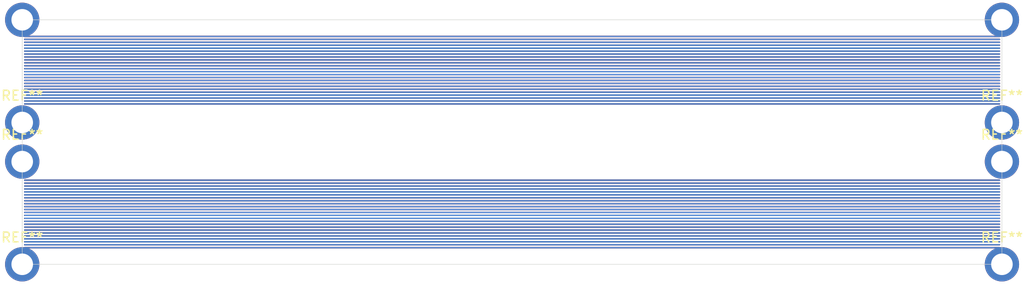
<source format=kicad_pcb>
(kicad_pcb (version 20240108) (generator "pcbnew") (generator_version "8.0")
  (layers (0 "F.Cu" signal) (31 "B.Cu" signal) (39 "F.Mask" user) (44 "Edge.Cuts" user))
  (net 0 "")
  (footprint "MountingHole:MountingHole_2.2mm_M2_ISO7380_Pad" (layer "F.Cu") (at 100 105)
    (property "Reference" "REF**" (at 0 -2.75 0) (layer "F.SilkS"))
    (property "Value" "MountingHole_2.2mm_M2_ISO7380_Pad")
    (pad "1" thru_hole circle (at 0 0) (size 3.5 3.5) (drill 2.2) (layers "*.Cu" "*.Mask"))
  )
  (footprint "MountingHole:MountingHole_2.2mm_M2_ISO7380_Pad" (layer "F.Cu") (at 100 94.5)
    (property "Reference" "REF**" (at 0 -2.75 0) (layer "F.SilkS"))
    (property "Value" "MountingHole_2.2mm_M2_ISO7380_Pad")
    (pad "1" thru_hole circle (at 0 0) (size 3.5 3.5) (drill 2.2) (layers "*.Cu" "*.Mask"))
  )
  (footprint "MountingHole:MountingHole_2.2mm_M2_ISO7380_Pad" (layer "F.Cu") (at 200 105)
    (property "Reference" "REF**" (at 0 -2.75 0) (layer "F.SilkS"))
    (property "Value" "MountingHole_2.2mm_M2_ISO7380_Pad")
    (pad "1" thru_hole circle (at 0 0) (size 3.5 3.5) (drill 2.2) (layers "*.Cu" "*.Mask"))
  )
  (footprint "MountingHole:MountingHole_2.2mm_M2_ISO7380_Pad" (layer "F.Cu") (at 100 90.5)
    (property "Reference" "REF**" (at 0 -2.75 0) (layer "F.SilkS"))
    (property "Value" "MountingHole_2.2mm_M2_ISO7380_Pad")
    (pad "1" thru_hole circle (at 0 0) (size 3.5 3.5) (drill 2.2) (layers "*.Cu" "*.Mask"))
  )
  (footprint "MountingHole:MountingHole_2.2mm_M2_ISO7380_Pad" (layer "F.Cu") (at 200 90.5)
    (property "Reference" "REF**" (at 0 -2.75 0) (layer "F.SilkS"))
    (property "Value" "MountingHole_2.2mm_M2_ISO7380_Pad")
    (pad "1" thru_hole circle (at 0 0) (size 3.5 3.5) (drill 2.2) (layers "*.Cu" "*.Mask"))
  )
  (footprint "MountingHole:MountingHole_2.2mm_M2_ISO7380_Pad" (layer "F.Cu") (at 200 94.5)
    (property "Reference" "REF**" (at 0 -2.75 0) (layer "F.SilkS"))
    (property "Value" "MountingHole_2.2mm_M2_ISO7380_Pad")
    (pad "1" thru_hole circle (at 0 0) (size 3.5 3.5) (drill 2.2) (layers "*.Cu" "*.Mask"))
  )
  (footprint "MountingHole:MountingHole_2.2mm_M2_ISO7380_Pad" (layer "F.Cu") (at 100 80)
    (property "Reference" "REF**" (at 0 -2.75 0) (layer "F.SilkS"))
    (property "Value" "MountingHole_2.2mm_M2_ISO7380_Pad")
    (pad "1" thru_hole circle (at 0 0) (size 3.5 3.5) (drill 2.2) (layers "*.Cu" "*.Mask"))
  )
  (footprint "MountingHole:MountingHole_2.2mm_M2_ISO7380_Pad" (layer "F.Cu") (at 200 80)
    (property "Reference" "REF**" (at 0 -2.75 0) (layer "F.SilkS"))
    (property "Value" "MountingHole_2.2mm_M2_ISO7380_Pad")
    (pad "1" thru_hole circle (at 0 0) (size 3.5 3.5) (drill 2.2) (layers "*.Cu" "*.Mask"))
  )
  (gr_rect (start 100 80) (end 200 105) (stroke (width 0.05)) (fill none) (layer "Edge.Cuts"))
  (segment (start 100.25 98.2) (end 199.75 98.2) (width 0.15) (layer "F.Cu") (net 0))
  (segment (start 100.25 103) (end 199.75 103) (width 0.15) (layer "F.Cu") (net 0))
  (segment (start 100.25 97.3) (end 199.75 97.3) (width 0.15) (layer "F.Cu") (net 0))
  (segment (start 100.25 84.4) (end 199.75 84.4) (width 0.15) (layer "F.Cu") (net 0))
  (segment (start 100.25 82.3) (end 199.75 82.3) (width 0.15) (layer "F.Cu") (net 0))
  (segment (start 100.25 87.7) (end 199.75 87.7) (width 0.15) (layer "F.Cu") (net 0))
  (segment (start 100.25 85.9) (end 199.75 85.9) (width 0.15) (layer "F.Cu") (net 0))
  (segment (start 100.25 100.9) (end 199.75 100.9) (width 0.15) (layer "F.Cu") (net 0))
  (segment (start 100.25 101.8) (end 199.75 101.8) (width 0.15) (layer "F.Cu") (net 0))
  (segment (start 100.25 81.7) (end 199.75 81.7) (width 0.15) (layer "F.Cu") (net 0))
  (segment (start 100.25 99.1) (end 199.75 99.1) (width 0.15) (layer "F.Cu") (net 0))
  (segment (start 100.25 99.7) (end 199.75 99.7) (width 0.15) (layer "F.Cu") (net 0))
  (segment (start 100.25 96.7) (end 199.75 96.7) (width 0.15) (layer "F.Cu") (net 0))
  (segment (start 100.25 97.9) (end 199.75 97.9) (width 0.15) (layer "F.Cu") (net 0))
  (segment (start 100.25 83.5) (end 199.75 83.5) (width 0.15) (layer "F.Cu") (net 0))
  (segment (start 100.25 100.6) (end 199.75 100.6) (width 0.15) (layer "F.Cu") (net 0))
  (segment (start 100.25 102.4) (end 199.75 102.4) (width 0.15) (layer "F.Cu") (net 0))
  (segment (start 100.25 83.2) (end 199.75 83.2) (width 0.15) (layer "F.Cu") (net 0))
  (segment (start 100.25 82) (end 199.75 82) (width 0.15) (layer "F.Cu") (net 0))
  (segment (start 100.25 87.1) (end 199.75 87.1) (width 0.15) (layer "F.Cu") (net 0))
  (segment (start 100.25 84.1) (end 199.75 84.1) (width 0.15) (layer "F.Cu") (net 0))
  (segment (start 100.25 87.4) (end 199.75 87.4) (width 0.15) (layer "F.Cu") (net 0))
  (segment (start 100.25 85.3) (end 199.75 85.3) (width 0.15) (layer "F.Cu") (net 0))
  (segment (start 100.25 101.5) (end 199.75 101.5) (width 0.15) (layer "F.Cu") (net 0))
  (segment (start 100.25 82.6) (end 199.75 82.6) (width 0.15) (layer "F.Cu") (net 0))
  (segment (start 100.25 102.1) (end 199.75 102.1) (width 0.15) (layer "F.Cu") (net 0))
  (segment (start 100.25 98.8) (end 199.75 98.8) (width 0.15) (layer "F.Cu") (net 0))
  (segment (start 100.25 86.2) (end 199.75 86.2) (width 0.15) (layer "F.Cu") (net 0))
  (segment (start 100.25 83.8) (end 199.75 83.8) (width 0.15) (layer "F.Cu") (net 0))
  (segment (start 100.25 86.8) (end 199.75 86.8) (width 0.15) (layer "F.Cu") (net 0))
  (segment (start 100.25 100) (end 199.75 100) (width 0.15) (layer "F.Cu") (net 0))
  (segment (start 100.25 88.6) (end 199.75 88.6) (width 0.15) (layer "F.Cu") (net 0))
  (segment (start 100.25 85.6) (end 199.75 85.6) (width 0.15) (layer "F.Cu") (net 0))
  (segment (start 100.25 98.5) (end 199.75 98.5) (width 0.15) (layer "F.Cu") (net 0))
  (segment (start 100.25 102.7) (end 199.75 102.7) (width 0.15) (layer "F.Cu") (net 0))
  (segment (start 100.25 88) (end 199.75 88) (width 0.15) (layer "F.Cu") (net 0))
  (segment (start 100.25 101.2) (end 199.75 101.2) (width 0.15) (layer "F.Cu") (net 0))
  (segment (start 100.25 103.3) (end 199.75 103.3) (width 0.15) (layer "F.Cu") (net 0))
  (segment (start 100.25 88.3) (end 199.75 88.3) (width 0.15) (layer "F.Cu") (net 0))
  (segment (start 100.25 97.6) (end 199.75 97.6) (width 0.15) (layer "F.Cu") (net 0))
  (segment (start 100.25 96.4) (end 199.75 96.4) (width 0.15) (layer "F.Cu") (net 0))
  (segment (start 100.25 100.3) (end 199.75 100.3) (width 0.15) (layer "F.Cu") (net 0))
  (segment (start 100.25 85) (end 199.75 85) (width 0.15) (layer "F.Cu") (net 0))
  (segment (start 100.25 86.5) (end 199.75 86.5) (width 0.15) (layer "F.Cu") (net 0))
  (segment (start 100.25 82.9) (end 199.75 82.9) (width 0.15) (layer "F.Cu") (net 0))
  (segment (start 100.25 84.7) (end 199.75 84.7) (width 0.15) (layer "F.Cu") (net 0))
  (segment (start 100.25 99.4) (end 199.75 99.4) (width 0.15) (layer "F.Cu") (net 0))
  (segment (start 100.25 97) (end 199.75 97) (width 0.15) (layer "F.Cu") (net 0))
  (segment (start 100.25 83.8) (end 199.75 83.8) (width 0.15) (layer "B.Cu") (net 0))
  (segment (start 100.25 88) (end 199.75 88) (width 0.15) (layer "B.Cu") (net 0))
  (segment (start 100.25 100.6) (end 199.75 100.6) (width 0.15) (layer "B.Cu") (net 0))
  (segment (start 100.25 85) (end 199.75 85) (width 0.15) (layer "B.Cu") (net 0))
  (segment (start 100.25 84.7) (end 199.75 84.7) (width 0.15) (layer "B.Cu") (net 0))
  (segment (start 100.25 85.9) (end 199.75 85.9) (width 0.15) (layer "B.Cu") (net 0))
  (segment (start 100.25 84.4) (end 199.75 84.4) (width 0.15) (layer "B.Cu") (net 0))
  (segment (start 100.25 99.4) (end 199.75 99.4) (width 0.15) (layer "B.Cu") (net 0))
  (segment (start 100.25 102.4) (end 199.75 102.4) (width 0.15) (layer "B.Cu") (net 0))
  (segment (start 100.25 103.3) (end 199.75 103.3) (width 0.15) (layer "B.Cu") (net 0))
  (segment (start 100.25 87.1) (end 199.75 87.1) (width 0.15) (layer "B.Cu") (net 0))
  (segment (start 100.25 86.8) (end 199.75 86.8) (width 0.15) (layer "B.Cu") (net 0))
  (segment (start 100.25 101.5) (end 199.75 101.5) (width 0.15) (layer "B.Cu") (net 0))
  (segment (start 100.25 99.1) (end 199.75 99.1) (width 0.15) (layer "B.Cu") (net 0))
  (segment (start 100.25 87.4) (end 199.75 87.4) (width 0.15) (layer "B.Cu") (net 0))
  (segment (start 100.25 101.8) (end 199.75 101.8) (width 0.15) (layer "B.Cu") (net 0))
  (segment (start 100.25 82.9) (end 199.75 82.9) (width 0.15) (layer "B.Cu") (net 0))
  (segment (start 100.25 84.1) (end 199.75 84.1) (width 0.15) (layer "B.Cu") (net 0))
  (segment (start 100.25 101.2) (end 199.75 101.2) (width 0.15) (layer "B.Cu") (net 0))
  (segment (start 100.25 97.3) (end 199.75 97.3) (width 0.15) (layer "B.Cu") (net 0))
  (segment (start 100.25 102.1) (end 199.75 102.1) (width 0.15) (layer "B.Cu") (net 0))
  (segment (start 100.25 100) (end 199.75 100) (width 0.15) (layer "B.Cu") (net 0))
  (segment (start 100.25 98.8) (end 199.75 98.8) (width 0.15) (layer "B.Cu") (net 0))
  (segment (start 100.25 88.6) (end 199.75 88.6) (width 0.15) (layer "B.Cu") (net 0))
  (segment (start 100.25 87.7) (end 199.75 87.7) (width 0.15) (layer "B.Cu") (net 0))
  (segment (start 100.25 88.3) (end 199.75 88.3) (width 0.15) (layer "B.Cu") (net 0))
  (segment (start 100.25 97.6) (end 199.75 97.6) (width 0.15) (layer "B.Cu") (net 0))
  (segment (start 100.25 96.4) (end 199.75 96.4) (width 0.15) (layer "B.Cu") (net 0))
  (segment (start 100.25 98.5) (end 199.75 98.5) (width 0.15) (layer "B.Cu") (net 0))
  (segment (start 100.25 100.9) (end 199.75 100.9) (width 0.15) (layer "B.Cu") (net 0))
  (segment (start 100.25 83.2) (end 199.75 83.2) (width 0.15) (layer "B.Cu") (net 0))
  (segment (start 100.25 82.3) (end 199.75 82.3) (width 0.15) (layer "B.Cu") (net 0))
  (segment (start 100.25 99.7) (end 199.75 99.7) (width 0.15) (layer "B.Cu") (net 0))
  (segment (start 100.25 86.5) (end 199.75 86.5) (width 0.15) (layer "B.Cu") (net 0))
  (segment (start 100.25 96.7) (end 199.75 96.7) (width 0.15) (layer "B.Cu") (net 0))
  (segment (start 100.25 81.7) (end 199.75 81.7) (width 0.15) (layer "B.Cu") (net 0))
  (segment (start 100.25 82) (end 199.75 82) (width 0.15) (layer "B.Cu") (net 0))
  (segment (start 100.25 97) (end 199.75 97) (width 0.15) (layer "B.Cu") (net 0))
  (segment (start 100.25 103) (end 199.75 103) (width 0.15) (layer "B.Cu") (net 0))
  (segment (start 100.25 82.6) (end 199.75 82.6) (width 0.15) (layer "B.Cu") (net 0))
  (segment (start 100.25 97.9) (end 199.75 97.9) (width 0.15) (layer "B.Cu") (net 0))
  (segment (start 100.25 85.6) (end 199.75 85.6) (width 0.15) (layer "B.Cu") (net 0))
  (segment (start 100.25 83.5) (end 199.75 83.5) (width 0.15) (layer "B.Cu") (net 0))
  (segment (start 100.25 98.2) (end 199.75 98.2) (width 0.15) (layer "B.Cu") (net 0))
  (segment (start 100.25 100.3) (end 199.75 100.3) (width 0.15) (layer "B.Cu") (net 0))
  (segment (start 100.25 86.2) (end 199.75 86.2) (width 0.15) (layer "B.Cu") (net 0))
  (segment (start 100.25 102.7) (end 199.75 102.7) (width 0.15) (layer "B.Cu") (net 0))
  (segment (start 100.25 85.3) (end 199.75 85.3) (width 0.15) (layer "B.Cu") (net 0))
)
</source>
